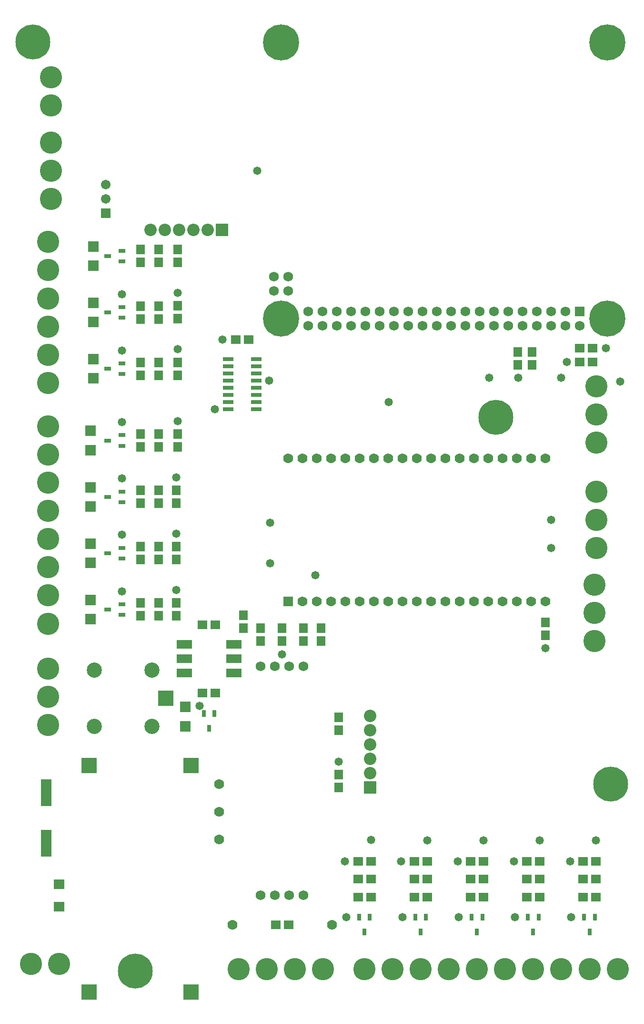
<source format=gts>
G04*
G04 #@! TF.GenerationSoftware,Altium Limited,Altium Designer,19.1.5 (86)*
G04*
G04 Layer_Color=8388736*
%FSLAX25Y25*%
%MOIN*%
G70*
G01*
G75*
%ADD27R,0.06800X0.06400*%
%ADD28R,0.11036X0.06400*%
%ADD29R,0.07414X0.06784*%
%ADD30R,0.07296X0.18517*%
%ADD31R,0.03162X0.04540*%
%ADD32R,0.06400X0.06800*%
%ADD33C,0.07000*%
%ADD34R,0.07690X0.03162*%
%ADD35R,0.04540X0.03162*%
%ADD36R,0.07200X0.07200*%
%ADD37C,0.24422*%
%ADD38C,0.15564*%
%ADD39R,0.08674X0.08674*%
%ADD40C,0.08674*%
%ADD41R,0.08674X0.08674*%
%ADD42C,0.06800*%
%ADD43R,0.06800X0.06800*%
%ADD44C,0.25210*%
%ADD45R,0.10800X0.10800*%
%ADD46R,0.10800X0.10800*%
%ADD47R,0.06942X0.06942*%
%ADD48C,0.06942*%
%ADD49C,0.06706*%
%ADD50R,0.06706X0.06706*%
%ADD51R,0.10642X0.10642*%
%ADD52C,0.10642*%
%ADD53C,0.05800*%
D27*
X192660Y59055D02*
D03*
X201660D02*
D03*
X164594Y468110D02*
D03*
X173594D02*
D03*
X298594Y103681D02*
D03*
X289595D02*
D03*
X298594Y91181D02*
D03*
X289595D02*
D03*
X377335D02*
D03*
X368335D02*
D03*
X259224Y103681D02*
D03*
X250224D02*
D03*
X150465Y221161D02*
D03*
X141465D02*
D03*
Y268996D02*
D03*
X150465D02*
D03*
X259224Y91181D02*
D03*
X250224D02*
D03*
X337965Y103681D02*
D03*
X328965D02*
D03*
X337965Y91181D02*
D03*
X328965D02*
D03*
X416705Y103681D02*
D03*
X407705D02*
D03*
X416705Y91181D02*
D03*
X407705D02*
D03*
X377335Y103681D02*
D03*
X368335D02*
D03*
X289595Y78681D02*
D03*
X298594D02*
D03*
X368335D02*
D03*
X377335D02*
D03*
X250224D02*
D03*
X259224D02*
D03*
X328965D02*
D03*
X337965D02*
D03*
X407705D02*
D03*
X416705D02*
D03*
X405492Y452658D02*
D03*
X414492D02*
D03*
Y462303D02*
D03*
X405492D02*
D03*
D28*
X163209Y235187D02*
D03*
Y245187D02*
D03*
Y255187D02*
D03*
X128721Y235187D02*
D03*
Y245187D02*
D03*
Y255187D02*
D03*
D29*
X40946Y71988D02*
D03*
Y87461D02*
D03*
D30*
X32101Y116142D02*
D03*
Y151574D02*
D03*
D31*
X145965Y196653D02*
D03*
X142224Y206693D02*
D03*
X149705D02*
D03*
X254724Y54331D02*
D03*
X250984Y64370D02*
D03*
X258465D02*
D03*
X294094Y54331D02*
D03*
X290354Y64370D02*
D03*
X297835D02*
D03*
X372835Y54331D02*
D03*
X369094Y64370D02*
D03*
X376575D02*
D03*
X333465Y54331D02*
D03*
X329724Y64370D02*
D03*
X337205D02*
D03*
X412205Y54331D02*
D03*
X408465Y64370D02*
D03*
X415945D02*
D03*
D32*
X236614Y155217D02*
D03*
Y164216D02*
D03*
X124025Y393138D02*
D03*
Y402138D02*
D03*
X110531Y393138D02*
D03*
Y402138D02*
D03*
X123031Y314398D02*
D03*
Y323398D02*
D03*
X110531Y314398D02*
D03*
Y323398D02*
D03*
X123031Y353768D02*
D03*
Y362768D02*
D03*
X110531Y353768D02*
D03*
Y362768D02*
D03*
X123031Y275028D02*
D03*
Y284028D02*
D03*
X110531Y275028D02*
D03*
Y284028D02*
D03*
X124016Y482705D02*
D03*
Y491705D02*
D03*
X110531Y482679D02*
D03*
Y491679D02*
D03*
X124025Y522049D02*
D03*
Y531049D02*
D03*
X110531Y522049D02*
D03*
Y531049D02*
D03*
X124025Y443309D02*
D03*
Y452309D02*
D03*
X110531Y443309D02*
D03*
Y452309D02*
D03*
X170079Y275410D02*
D03*
Y266409D02*
D03*
X224242Y257410D02*
D03*
Y266409D02*
D03*
X372185Y450544D02*
D03*
Y459544D02*
D03*
X362185Y450544D02*
D03*
Y459544D02*
D03*
X98032Y402138D02*
D03*
Y393138D02*
D03*
Y323398D02*
D03*
Y314398D02*
D03*
Y362768D02*
D03*
Y353768D02*
D03*
Y284028D02*
D03*
Y275028D02*
D03*
Y491679D02*
D03*
Y482679D02*
D03*
Y531049D02*
D03*
Y522049D02*
D03*
Y452309D02*
D03*
Y443309D02*
D03*
X182160Y266409D02*
D03*
Y257410D02*
D03*
X212160Y266409D02*
D03*
Y257410D02*
D03*
X236614Y204217D02*
D03*
Y195217D02*
D03*
X381240Y261445D02*
D03*
Y270445D02*
D03*
X197160Y257410D02*
D03*
Y266409D02*
D03*
D33*
X153150Y138140D02*
D03*
Y118799D02*
D03*
X162402Y59055D02*
D03*
X231919D02*
D03*
X153150Y157480D02*
D03*
D34*
X178937Y454370D02*
D03*
Y419370D02*
D03*
Y424370D02*
D03*
Y429370D02*
D03*
Y434370D02*
D03*
Y439370D02*
D03*
Y444370D02*
D03*
Y449370D02*
D03*
X159252Y419370D02*
D03*
Y424370D02*
D03*
Y429370D02*
D03*
Y434370D02*
D03*
Y439370D02*
D03*
Y444370D02*
D03*
Y449370D02*
D03*
Y454370D02*
D03*
D35*
X74902Y397638D02*
D03*
X84941Y401378D02*
D03*
Y393898D02*
D03*
X74902Y318898D02*
D03*
X84941Y322638D02*
D03*
Y315158D02*
D03*
X74902Y358268D02*
D03*
X84941Y362008D02*
D03*
Y354528D02*
D03*
X74902Y279528D02*
D03*
X84941Y283268D02*
D03*
Y275787D02*
D03*
X74902Y487179D02*
D03*
X84941Y490919D02*
D03*
Y483439D02*
D03*
X74902Y526549D02*
D03*
X84941Y530289D02*
D03*
Y522809D02*
D03*
X74902Y447809D02*
D03*
X84941Y451549D02*
D03*
Y444069D02*
D03*
D36*
X63000Y390988D02*
D03*
Y404388D02*
D03*
Y312248D02*
D03*
Y325648D02*
D03*
Y351618D02*
D03*
Y365018D02*
D03*
Y272878D02*
D03*
Y286278D02*
D03*
X64933Y480529D02*
D03*
Y493929D02*
D03*
Y519899D02*
D03*
Y533299D02*
D03*
Y441159D02*
D03*
Y454559D02*
D03*
X129429Y211360D02*
D03*
Y197960D02*
D03*
D37*
X346787Y414007D02*
D03*
X94488Y26984D02*
D03*
X22638Y676181D02*
D03*
X427165Y157480D02*
D03*
D38*
X416929Y342126D02*
D03*
Y322441D02*
D03*
Y361811D02*
D03*
Y415748D02*
D03*
Y396063D02*
D03*
Y435433D02*
D03*
X415748Y277165D02*
D03*
Y257480D02*
D03*
Y296850D02*
D03*
X35433Y651575D02*
D03*
Y631890D02*
D03*
X33500Y218504D02*
D03*
Y238189D02*
D03*
Y198819D02*
D03*
Y407480D02*
D03*
Y387795D02*
D03*
Y368110D02*
D03*
Y348425D02*
D03*
Y289370D02*
D03*
Y309055D02*
D03*
Y269685D02*
D03*
Y328740D02*
D03*
Y536392D02*
D03*
Y497022D02*
D03*
Y437967D02*
D03*
Y516707D02*
D03*
Y477337D02*
D03*
Y457652D02*
D03*
X372835Y28126D02*
D03*
X431890D02*
D03*
X392520D02*
D03*
X412205D02*
D03*
X353150D02*
D03*
X333465D02*
D03*
X313779D02*
D03*
X294094D02*
D03*
X254724D02*
D03*
X274410D02*
D03*
X35433Y586268D02*
D03*
Y605953D02*
D03*
Y566583D02*
D03*
X166634Y28126D02*
D03*
X225689D02*
D03*
X186319D02*
D03*
X206004D02*
D03*
X21260Y31890D02*
D03*
X40945D02*
D03*
D39*
X155118Y544882D02*
D03*
D40*
X145118D02*
D03*
X135118D02*
D03*
X125118D02*
D03*
X115118D02*
D03*
X105118D02*
D03*
X258563Y205217D02*
D03*
Y195217D02*
D03*
Y185216D02*
D03*
Y175216D02*
D03*
Y165217D02*
D03*
D41*
Y155217D02*
D03*
D42*
X191476Y502118D02*
D03*
X201476D02*
D03*
X191476Y512118D02*
D03*
X201476D02*
D03*
X215492Y478012D02*
D03*
X225492D02*
D03*
X235492D02*
D03*
X245492D02*
D03*
X255492D02*
D03*
X265492D02*
D03*
X215492Y488012D02*
D03*
X225492D02*
D03*
X235492D02*
D03*
X245492D02*
D03*
X255492D02*
D03*
X265492D02*
D03*
X275492Y478012D02*
D03*
Y488012D02*
D03*
X285492Y478012D02*
D03*
X295492D02*
D03*
X305492D02*
D03*
X315492D02*
D03*
X325492D02*
D03*
X335492D02*
D03*
X285492Y488012D02*
D03*
X295492D02*
D03*
X305492D02*
D03*
X315492D02*
D03*
X325492D02*
D03*
X335492D02*
D03*
X345492Y478012D02*
D03*
Y488012D02*
D03*
X355492Y478012D02*
D03*
X365492D02*
D03*
X375492D02*
D03*
X385492D02*
D03*
X395492D02*
D03*
X405492D02*
D03*
X355492Y488012D02*
D03*
X365492D02*
D03*
X375492D02*
D03*
X385492D02*
D03*
X395492D02*
D03*
X182160Y79724D02*
D03*
X192160D02*
D03*
X202160D02*
D03*
X212160D02*
D03*
Y239724D02*
D03*
X202160D02*
D03*
X192160D02*
D03*
X182160D02*
D03*
D43*
X405492Y488012D02*
D03*
D44*
X424665Y483012D02*
D03*
X196319D02*
D03*
Y675925D02*
D03*
X424665D02*
D03*
D45*
X133405Y12300D02*
D03*
X62005Y170400D02*
D03*
D46*
X133405D02*
D03*
X62005Y12300D02*
D03*
D47*
X201240Y285335D02*
D03*
D48*
X211240D02*
D03*
X381240D02*
D03*
X221240D02*
D03*
X231240D02*
D03*
X241240D02*
D03*
X251240D02*
D03*
X261240D02*
D03*
X271240D02*
D03*
X281240D02*
D03*
X291240D02*
D03*
X301240D02*
D03*
X311240D02*
D03*
X321240D02*
D03*
X331240D02*
D03*
X341240D02*
D03*
X351240D02*
D03*
X361240D02*
D03*
X371240D02*
D03*
X201240Y385335D02*
D03*
X211240D02*
D03*
X221240D02*
D03*
X231240D02*
D03*
X241240D02*
D03*
X251240D02*
D03*
X261240D02*
D03*
X271240D02*
D03*
X281240D02*
D03*
X291240D02*
D03*
X301240D02*
D03*
X311240D02*
D03*
X321240D02*
D03*
X331240D02*
D03*
X341240D02*
D03*
X351240D02*
D03*
X361240D02*
D03*
X371240D02*
D03*
X381240D02*
D03*
D49*
X73665Y566583D02*
D03*
Y576583D02*
D03*
D50*
Y556583D02*
D03*
D51*
X115784Y217505D02*
D03*
D52*
X65784Y197820D02*
D03*
X105941D02*
D03*
X65784Y237190D02*
D03*
X105941D02*
D03*
D53*
X197160Y248336D02*
D03*
X150179Y419370D02*
D03*
X188010Y439370D02*
D03*
X155521Y468110D02*
D03*
X423565Y462303D02*
D03*
X396419Y452658D02*
D03*
X381240Y252372D02*
D03*
X236614Y173290D02*
D03*
X399391Y64370D02*
D03*
X398632Y103681D02*
D03*
X360021Y64370D02*
D03*
X359261Y103681D02*
D03*
X320651Y64370D02*
D03*
X319891Y103681D02*
D03*
X280521D02*
D03*
X281281Y64370D02*
D03*
X241911D02*
D03*
X241151Y103681D02*
D03*
X139496Y212088D02*
D03*
X123031Y293101D02*
D03*
X84941Y292341D02*
D03*
X123031Y332471D02*
D03*
X84941Y331711D02*
D03*
X123031Y371841D02*
D03*
X84941Y371081D02*
D03*
X124025Y411211D02*
D03*
X84941Y410451D02*
D03*
X124025Y461382D02*
D03*
X84941Y460622D02*
D03*
Y499993D02*
D03*
X124016Y500778D02*
D03*
X392406Y441452D02*
D03*
X188583Y311811D02*
D03*
Y340158D02*
D03*
X220442Y303543D02*
D03*
X271693Y424370D02*
D03*
X342126Y441452D02*
D03*
X362485D02*
D03*
X385335Y322441D02*
D03*
Y342126D02*
D03*
X433661Y438976D02*
D03*
X179626Y586268D02*
D03*
X416705Y118304D02*
D03*
X377335D02*
D03*
X337965D02*
D03*
X298594D02*
D03*
X259424Y118504D02*
D03*
M02*

</source>
